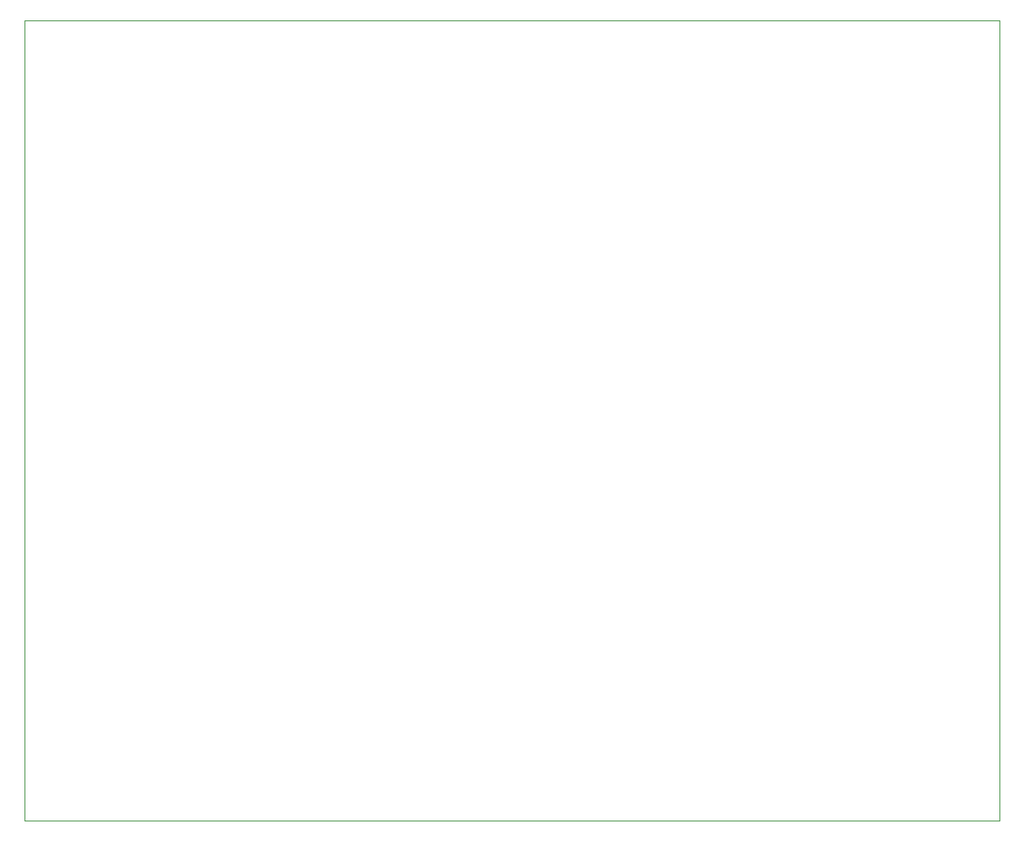
<source format=gbr>
%TF.GenerationSoftware,KiCad,Pcbnew,8.0.6*%
%TF.CreationDate,2024-11-25T20:07:06+00:00*%
%TF.ProjectId,stp16cp05_led_matrix_8x16_breakout_m0805,73747031-3663-4703-9035-5f6c65645f6d,v02*%
%TF.SameCoordinates,Original*%
%TF.FileFunction,Profile,NP*%
%FSLAX46Y46*%
G04 Gerber Fmt 4.6, Leading zero omitted, Abs format (unit mm)*
G04 Created by KiCad (PCBNEW 8.0.6) date 2024-11-25 20:07:06*
%MOMM*%
%LPD*%
G01*
G04 APERTURE LIST*
%TA.AperFunction,Profile*%
%ADD10C,0.050000*%
%TD*%
G04 APERTURE END LIST*
D10*
X139000000Y-42000000D02*
X240000000Y-42000000D01*
X240000000Y-125000000D01*
X139000000Y-125000000D01*
X139000000Y-42000000D01*
M02*

</source>
